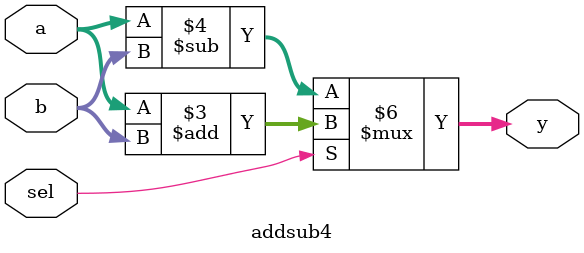
<source format=v>
module addsub4(
    output reg [3:0] y,
    input [3:0] a,
    input [3:0] b,
    input sel
  );

  always @*
  begin
    if (sel == 1) y = a + b;
    else y = a - b;
  end
endmodule

</source>
